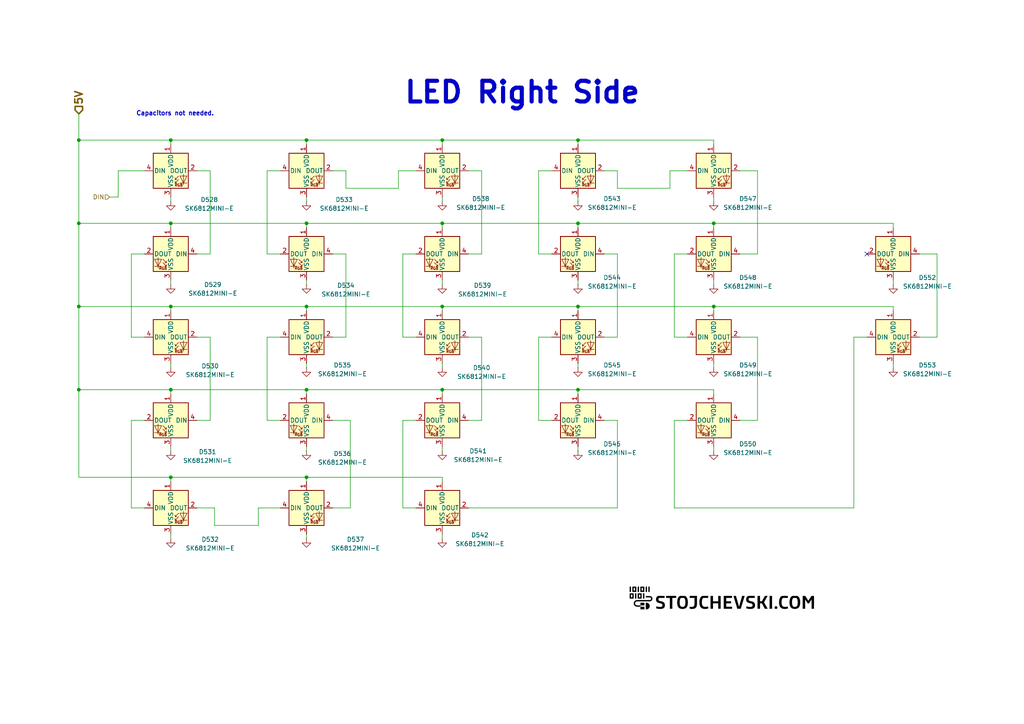
<source format=kicad_sch>
(kicad_sch (version 20231120) (generator "eeschema") (generator_version "8.0")
  (paper "A4")
  (title_block (title "phnx") (date "2024-03-14") (rev "A"))
  (lib_symbols
    (symbol "LED:SK6812MINI-E" (pin_names (offset 0.254))
      (property "Reference" "D" (at 5.08 5.715 0))
      (property "Value" "SK6812MINI-E" (at 1.27 -5.715 0))
      (symbol "SK6812MINI-E_0_0"
        (text "RGB" (at 2.286 -4.191 0) (effects (font (size 0.762 0.762))))
      )
      (symbol "SK6812MINI-E_0_1"
        (polyline (pts (xy 1.27 -3.556) (xy 1.778 -3.556)))
        (polyline (pts (xy 1.27 -2.54) (xy 1.778 -2.54)))
        (polyline (pts (xy 4.699 -3.556) (xy 2.667 -3.556)))
        (polyline (pts (xy 2.286 -2.54) (xy 1.27 -3.556) (xy 1.27 -3.048)))
        (polyline (pts (xy 2.286 -1.524) (xy 1.27 -2.54) (xy 1.27 -2.032)))
        (polyline (pts (xy 3.683 -1.016) (xy 3.683 -3.556) (xy 3.683 -4.064)))
        (polyline (pts (xy 4.699 -1.524) (xy 2.667 -1.524) (xy 3.683 -3.556) (xy 4.699 -1.524)))
        (rectangle (start 5.08 5.08) (end -5.08 -5.08) (stroke (width 0.254)) (fill (type background)))
      )
      (symbol "SK6812MINI-E_1_1"
        (pin power_in line (at 0 7.62 270) (length 2.54) (name "VDD") (number "1"))
        (pin output line (at 7.62 0 180) (length 2.54) (name "DOUT") (number "2"))
        (pin power_in line (at 0 -7.62 90) (length 2.54) (name "VSS") (number "3"))
        (pin input line (at -7.62 0 0) (length 2.54) (name "DIN") (number "4"))
      )
    )
    (symbol "power:GND" (power) (pin_numbers hide) (pin_names (offset 0) hide)
      (property "Value" "GND" (at 0 -3.81 0))
      (symbol "GND_0_1"
        (polyline (pts (xy 0 0) (xy 0 -1.27) (xy 1.27 -1.27) (xy 0 -2.54) (xy -1.27 -1.27) (xy 0 -1.27)))
      )
      (symbol "GND_1_1"
        (pin power_in line (at 0 0 270) (length 0) (name "~") (number "1"))
      )
    )
  )
  (junction (at 49.53 64.77))
  (junction (at 22.86 40.64))
  (junction (at 49.53 138.43))
  (junction (at 167.64 88.9))
  (junction (at 88.9 64.77))
  (junction (at 128.27 64.77))
  (junction (at 167.64 40.64))
  (junction (at 207.01 64.77))
  (junction (at 88.9 88.9))
  (junction (at 22.86 88.9))
  (junction (at 167.64 113.03))
  (junction (at 88.9 138.43))
  (junction (at 49.53 88.9))
  (junction (at 22.86 64.77))
  (junction (at 167.64 64.77))
  (junction (at 88.9 113.03))
  (junction (at 22.86 113.03))
  (junction (at 49.53 113.03))
  (junction (at 207.01 88.9))
  (junction (at 128.27 113.03))
  (junction (at 128.27 40.64))
  (junction (at 128.27 88.9))
  (junction (at 88.9 40.64))
  (junction (at 49.53 40.64))
  (no_connect (at 251.46 73.66))
  (wire (pts (xy 100.33 97.79) (xy 100.33 73.66)))
  (wire (pts (xy 57.15 49.53) (xy 60.96 49.53)))
  (wire (pts (xy 22.86 113.03) (xy 49.53 113.03)))
  (wire (pts (xy 179.07 49.53) (xy 179.07 54.61)))
  (wire (pts (xy 49.53 40.64) (xy 49.53 41.91)))
  (wire (pts (xy 60.96 49.53) (xy 60.96 73.66)))
  (wire (pts (xy 271.78 73.66) (xy 271.78 97.79)))
  (wire (pts (xy 101.6 147.32) (xy 101.6 121.92)))
  (wire (pts (xy 57.15 97.79) (xy 60.96 97.79)))
  (wire (pts (xy 88.9 88.9) (xy 128.27 88.9)))
  (wire (pts (xy 38.1 97.79) (xy 41.91 97.79)))
  (wire (pts (xy 34.29 49.53) (xy 41.91 49.53)))
  (wire (pts (xy 179.07 73.66) (xy 175.26 73.66)))
  (wire (pts (xy 128.27 138.43) (xy 128.27 139.7)))
  (wire (pts (xy 120.65 121.92) (xy 116.84 121.92)))
  (wire (pts (xy 22.86 33.02) (xy 22.86 40.64)))
  (wire (pts (xy 156.21 97.79) (xy 160.02 97.79)))
  (wire (pts (xy 115.57 54.61) (xy 115.57 49.53)))
  (wire (pts (xy 81.28 121.92) (xy 77.47 121.92)))
  (wire (pts (xy 31.75 57.15) (xy 34.29 57.15)))
  (wire (pts (xy 22.86 40.64) (xy 22.86 64.77)))
  (wire (pts (xy 22.86 138.43) (xy 49.53 138.43)))
  (wire (pts (xy 128.27 40.64) (xy 128.27 41.91)))
  (wire (pts (xy 120.65 73.66) (xy 116.84 73.66)))
  (wire (pts (xy 128.27 57.15) (xy 128.27 58.42)))
  (wire (pts (xy 207.01 40.64) (xy 207.01 41.91)))
  (wire (pts (xy 219.71 49.53) (xy 219.71 73.66)))
  (wire (pts (xy 88.9 138.43) (xy 128.27 138.43)))
  (wire (pts (xy 77.47 73.66) (xy 77.47 49.53)))
  (wire (pts (xy 247.65 97.79) (xy 247.65 147.32)))
  (wire (pts (xy 88.9 113.03) (xy 88.9 114.3)))
  (wire (pts (xy 160.02 73.66) (xy 156.21 73.66)))
  (wire (pts (xy 81.28 73.66) (xy 77.47 73.66)))
  (wire (pts (xy 175.26 97.79) (xy 179.07 97.79)))
  (wire (pts (xy 259.08 64.77) (xy 259.08 66.04)))
  (wire (pts (xy 156.21 121.92) (xy 156.21 97.79)))
  (wire (pts (xy 167.64 113.03) (xy 207.01 113.03)))
  (wire (pts (xy 49.53 64.77) (xy 88.9 64.77)))
  (wire (pts (xy 96.52 97.79) (xy 100.33 97.79)))
  (wire (pts (xy 60.96 121.92) (xy 57.15 121.92)))
  (wire (pts (xy 49.53 113.03) (xy 49.53 114.3)))
  (wire (pts (xy 167.64 40.64) (xy 207.01 40.64)))
  (wire (pts (xy 139.7 49.53) (xy 139.7 73.66)))
  (wire (pts (xy 167.64 88.9) (xy 167.64 90.17)))
  (wire (pts (xy 100.33 49.53) (xy 100.33 54.61)))
  (wire (pts (xy 49.53 57.15) (xy 49.53 58.42)))
  (wire (pts (xy 62.23 152.4) (xy 74.93 152.4)))
  (wire (pts (xy 128.27 64.77) (xy 128.27 66.04)))
  (wire (pts (xy 167.64 64.77) (xy 207.01 64.77)))
  (wire (pts (xy 62.23 147.32) (xy 62.23 152.4)))
  (wire (pts (xy 96.52 147.32) (xy 101.6 147.32)))
  (wire (pts (xy 60.96 73.66) (xy 57.15 73.66)))
  (wire (pts (xy 179.07 97.79) (xy 179.07 73.66)))
  (wire (pts (xy 207.01 64.77) (xy 259.08 64.77)))
  (wire (pts (xy 74.93 152.4) (xy 74.93 147.32)))
  (wire (pts (xy 219.71 73.66) (xy 214.63 73.66)))
  (wire (pts (xy 49.53 81.28) (xy 49.53 82.55)))
  (wire (pts (xy 88.9 129.54) (xy 88.9 130.81)))
  (wire (pts (xy 156.21 49.53) (xy 160.02 49.53)))
  (wire (pts (xy 195.58 147.32) (xy 247.65 147.32)))
  (wire (pts (xy 115.57 49.53) (xy 120.65 49.53)))
  (wire (pts (xy 49.53 105.41) (xy 49.53 106.68)))
  (wire (pts (xy 259.08 105.41) (xy 259.08 106.68)))
  (wire (pts (xy 207.01 88.9) (xy 259.08 88.9)))
  (wire (pts (xy 167.64 113.03) (xy 167.64 114.3)))
  (wire (pts (xy 195.58 121.92) (xy 195.58 147.32)))
  (wire (pts (xy 41.91 73.66) (xy 38.1 73.66)))
  (wire (pts (xy 88.9 40.64) (xy 128.27 40.64)))
  (wire (pts (xy 74.93 147.32) (xy 81.28 147.32)))
  (wire (pts (xy 49.53 88.9) (xy 49.53 90.17)))
  (wire (pts (xy 139.7 121.92) (xy 135.89 121.92)))
  (wire (pts (xy 88.9 88.9) (xy 88.9 90.17)))
  (wire (pts (xy 88.9 113.03) (xy 128.27 113.03)))
  (wire (pts (xy 207.01 105.41) (xy 207.01 106.68)))
  (wire (pts (xy 128.27 105.41) (xy 128.27 106.68)))
  (wire (pts (xy 167.64 81.28) (xy 167.64 82.55)))
  (wire (pts (xy 175.26 49.53) (xy 179.07 49.53)))
  (wire (pts (xy 207.01 88.9) (xy 207.01 90.17)))
  (wire (pts (xy 135.89 97.79) (xy 139.7 97.79)))
  (wire (pts (xy 49.53 88.9) (xy 88.9 88.9)))
  (wire (pts (xy 49.53 64.77) (xy 49.53 66.04)))
  (wire (pts (xy 49.53 154.94) (xy 49.53 156.21)))
  (wire (pts (xy 22.86 64.77) (xy 49.53 64.77)))
  (wire (pts (xy 247.65 97.79) (xy 251.46 97.79)))
  (wire (pts (xy 88.9 138.43) (xy 88.9 139.7)))
  (wire (pts (xy 194.31 49.53) (xy 199.39 49.53)))
  (wire (pts (xy 207.01 81.28) (xy 207.01 82.55)))
  (wire (pts (xy 207.01 113.03) (xy 207.01 114.3)))
  (wire (pts (xy 22.86 113.03) (xy 22.86 138.43)))
  (wire (pts (xy 88.9 154.94) (xy 88.9 156.21)))
  (wire (pts (xy 22.86 88.9) (xy 22.86 113.03)))
  (wire (pts (xy 49.53 113.03) (xy 88.9 113.03)))
  (wire (pts (xy 259.08 81.28) (xy 259.08 82.55)))
  (wire (pts (xy 49.53 138.43) (xy 49.53 139.7)))
  (wire (pts (xy 128.27 64.77) (xy 167.64 64.77)))
  (wire (pts (xy 96.52 49.53) (xy 100.33 49.53)))
  (wire (pts (xy 195.58 73.66) (xy 195.58 97.79)))
  (wire (pts (xy 179.07 147.32) (xy 179.07 121.92)))
  (wire (pts (xy 128.27 129.54) (xy 128.27 130.81)))
  (wire (pts (xy 128.27 113.03) (xy 128.27 114.3)))
  (wire (pts (xy 271.78 73.66) (xy 266.7 73.66)))
  (wire (pts (xy 49.53 138.43) (xy 88.9 138.43)))
  (wire (pts (xy 128.27 81.28) (xy 128.27 82.55)))
  (wire (pts (xy 128.27 154.94) (xy 128.27 156.21)))
  (wire (pts (xy 167.64 57.15) (xy 167.64 58.42)))
  (wire (pts (xy 194.31 54.61) (xy 194.31 49.53)))
  (wire (pts (xy 266.7 97.79) (xy 271.78 97.79)))
  (wire (pts (xy 219.71 121.92) (xy 214.63 121.92)))
  (wire (pts (xy 139.7 97.79) (xy 139.7 121.92)))
  (wire (pts (xy 179.07 54.61) (xy 194.31 54.61)))
  (wire (pts (xy 199.39 73.66) (xy 195.58 73.66)))
  (wire (pts (xy 38.1 147.32) (xy 41.91 147.32)))
  (wire (pts (xy 156.21 73.66) (xy 156.21 49.53)))
  (wire (pts (xy 139.7 73.66) (xy 135.89 73.66)))
  (wire (pts (xy 88.9 64.77) (xy 88.9 66.04)))
  (wire (pts (xy 57.15 147.32) (xy 62.23 147.32)))
  (wire (pts (xy 34.29 57.15) (xy 34.29 49.53)))
  (wire (pts (xy 60.96 97.79) (xy 60.96 121.92)))
  (wire (pts (xy 207.01 64.77) (xy 207.01 66.04)))
  (wire (pts (xy 128.27 40.64) (xy 167.64 40.64)))
  (wire (pts (xy 167.64 105.41) (xy 167.64 106.68)))
  (wire (pts (xy 135.89 147.32) (xy 179.07 147.32)))
  (wire (pts (xy 167.64 88.9) (xy 207.01 88.9)))
  (wire (pts (xy 179.07 121.92) (xy 175.26 121.92)))
  (wire (pts (xy 195.58 97.79) (xy 199.39 97.79)))
  (wire (pts (xy 49.53 129.54) (xy 49.53 130.81)))
  (wire (pts (xy 88.9 105.41) (xy 88.9 106.68)))
  (wire (pts (xy 128.27 88.9) (xy 128.27 90.17)))
  (wire (pts (xy 199.39 121.92) (xy 195.58 121.92)))
  (wire (pts (xy 207.01 129.54) (xy 207.01 130.81)))
  (wire (pts (xy 116.84 147.32) (xy 120.65 147.32)))
  (wire (pts (xy 116.84 121.92) (xy 116.84 147.32)))
  (wire (pts (xy 207.01 57.15) (xy 207.01 58.42)))
  (wire (pts (xy 77.47 49.53) (xy 81.28 49.53)))
  (wire (pts (xy 38.1 73.66) (xy 38.1 97.79)))
  (wire (pts (xy 88.9 64.77) (xy 128.27 64.77)))
  (wire (pts (xy 22.86 88.9) (xy 49.53 88.9)))
  (wire (pts (xy 41.91 121.92) (xy 38.1 121.92)))
  (wire (pts (xy 88.9 57.15) (xy 88.9 58.42)))
  (wire (pts (xy 259.08 88.9) (xy 259.08 90.17)))
  (wire (pts (xy 22.86 64.77) (xy 22.86 88.9)))
  (wire (pts (xy 100.33 54.61) (xy 115.57 54.61)))
  (wire (pts (xy 77.47 97.79) (xy 81.28 97.79)))
  (wire (pts (xy 214.63 49.53) (xy 219.71 49.53)))
  (wire (pts (xy 101.6 121.92) (xy 96.52 121.92)))
  (wire (pts (xy 219.71 97.79) (xy 219.71 121.92)))
  (wire (pts (xy 135.89 49.53) (xy 139.7 49.53)))
  (wire (pts (xy 88.9 81.28) (xy 88.9 82.55)))
  (wire (pts (xy 167.64 129.54) (xy 167.64 130.81)))
  (wire (pts (xy 77.47 121.92) (xy 77.47 97.79)))
  (wire (pts (xy 88.9 40.64) (xy 88.9 41.91)))
  (wire (pts (xy 100.33 73.66) (xy 96.52 73.66)))
  (wire (pts (xy 116.84 97.79) (xy 120.65 97.79)))
  (wire (pts (xy 128.27 113.03) (xy 167.64 113.03)))
  (wire (pts (xy 128.27 88.9) (xy 167.64 88.9)))
  (wire (pts (xy 49.53 40.64) (xy 88.9 40.64)))
  (wire (pts (xy 167.64 40.64) (xy 167.64 41.91)))
  (wire (pts (xy 38.1 121.92) (xy 38.1 147.32)))
  (wire (pts (xy 116.84 73.66) (xy 116.84 97.79)))
  (wire (pts (xy 167.64 64.77) (xy 167.64 66.04)))
  (wire (pts (xy 22.86 40.64) (xy 49.53 40.64)))
  (wire (pts (xy 214.63 97.79) (xy 219.71 97.79)))
  (wire (pts (xy 160.02 121.92) (xy 156.21 121.92)))
  (image (at 209.55 173.99) (scale 0.132712))
  (text "LED Right Side" (at 116.84 30.48 0) (effects (font (size 6 6) (thickness 1.2) (bold yes)) (justify left bottom)))
  (text "Capacitors not needed." (at 50.8 33.02 0) (effects (font (size 1.27 1.27) (bold yes))))
  (hierarchical_label "DIN" (shape input) (at 31.75 57.15 180))
  (hierarchical_label "5V" (shape input) (at 22.86 33.02 90) (effects (font (size 2.159 2.159) (bold yes))))
  (symbol (lib_id "LED:SK6812MINI-E") (at 128.27 121.92 0) (mirror y) (unit 1)
    (property "Reference" "D541" (at 138.684 130.81 0))
    (property "Value" "SK6812MINI-E" (at 138.684 133.35 0))
    (property "Footprint" "LED_SK6812MINI-E_3.2x2.8mm_P1.5mm-INVERTED:LED_SK6812MINI-E_3.2x2.8mm_P1.5mm-INVERTED" (effects (hide yes)))
    (property "Datasheet" "https://cdn-shop.adafruit.com/product-files/2686/SK6812MINI_REV.01-1-2.pdf" (effects (hide yes)))
    (property "Description" "RGB LED with integrated controller" (effects (hide yes)))
  )
  (symbol (lib_id "LED:SK6812MINI-E") (at 128.27 147.32 0) (unit 1)
    (property "Reference" "D542" (at 139.192 155.194 0))
    (property "Value" "SK6812MINI-E" (at 139.192 157.734 0))
    (property "Footprint" "LED_SK6812MINI-E_3.2x2.8mm_P1.5mm-INVERTED:LED_SK6812MINI-E_3.2x2.8mm_P1.5mm-INVERTED" (effects (hide yes)))
    (property "Datasheet" "https://cdn-shop.adafruit.com/product-files/2686/SK6812MINI_REV.01-1-2.pdf" (effects (hide yes)))
    (property "Description" "RGB LED with integrated controller" (effects (hide yes)))
  )
  (symbol (lib_id "power:GND") (at 49.53 106.68 0) (unit 1)
    (property "Reference" "#PWR0562" (effects (hide yes)))
    (property "Value" "GND" (effects (hide yes)))
    (property "Description" "Power symbol creates a global label with name \"GND\" , ground" (effects (hide yes)))
  )
  (symbol (lib_id "LED:SK6812MINI-E") (at 207.01 73.66 0) (mirror y) (unit 1)
    (property "Reference" "D548" (at 216.916 80.518 0))
    (property "Value" "SK6812MINI-E" (at 216.916 83.058 0))
    (property "Footprint" "LED_SK6812MINI-E_3.2x2.8mm_P1.5mm-INVERTED:LED_SK6812MINI-E_3.2x2.8mm_P1.5mm-INVERTED" (effects (hide yes)))
    (property "Datasheet" "https://cdn-shop.adafruit.com/product-files/2686/SK6812MINI_REV.01-1-2.pdf" (effects (hide yes)))
    (property "Description" "RGB LED with integrated controller" (effects (hide yes)))
  )
  (symbol (lib_id "LED:SK6812MINI-E") (at 167.64 121.92 0) (mirror y) (unit 1)
    (property "Reference" "D546" (at 177.546 128.778 0))
    (property "Value" "SK6812MINI-E" (at 177.546 131.318 0))
    (property "Footprint" "LED_SK6812MINI-E_3.2x2.8mm_P1.5mm-INVERTED:LED_SK6812MINI-E_3.2x2.8mm_P1.5mm-INVERTED" (effects (hide yes)))
    (property "Datasheet" "https://cdn-shop.adafruit.com/product-files/2686/SK6812MINI_REV.01-1-2.pdf" (effects (hide yes)))
    (property "Description" "RGB LED with integrated controller" (effects (hide yes)))
  )
  (symbol (lib_id "power:GND") (at 167.64 58.42 0) (unit 1)
    (property "Reference" "#PWR0589" (effects (hide yes)))
    (property "Value" "GND" (effects (hide yes)))
    (property "Description" "Power symbol creates a global label with name \"GND\" , ground" (effects (hide yes)))
  )
  (symbol (lib_id "power:GND") (at 88.9 130.81 0) (mirror y) (unit 1)
    (property "Reference" "#PWR0573" (effects (hide yes)))
    (property "Value" "GND" (effects (hide yes)))
    (property "Description" "Power symbol creates a global label with name \"GND\" , ground" (effects (hide yes)))
  )
  (symbol (lib_id "LED:SK6812MINI-E") (at 49.53 97.79 0) (unit 1)
    (property "Reference" "D530" (at 60.96 106.172 0))
    (property "Value" "SK6812MINI-E" (at 60.96 108.712 0))
    (property "Footprint" "LED_SK6812MINI-E_3.2x2.8mm_P1.5mm-INVERTED:LED_SK6812MINI-E_3.2x2.8mm_P1.5mm-INVERTED" (effects (hide yes)))
    (property "Datasheet" "https://cdn-shop.adafruit.com/product-files/2686/SK6812MINI_REV.01-1-2.pdf" (effects (hide yes)))
    (property "Description" "RGB LED with integrated controller" (effects (hide yes)))
  )
  (symbol (lib_id "power:GND") (at 49.53 156.21 0) (unit 1)
    (property "Reference" "#PWR0564" (effects (hide yes)))
    (property "Value" "GND" (effects (hide yes)))
    (property "Description" "Power symbol creates a global label with name \"GND\" , ground" (effects (hide yes)))
  )
  (symbol (lib_id "power:GND") (at 88.9 106.68 0) (unit 1)
    (property "Reference" "#PWR0572" (effects (hide yes)))
    (property "Value" "GND" (effects (hide yes)))
    (property "Description" "Power symbol creates a global label with name \"GND\" , ground" (effects (hide yes)))
  )
  (symbol (lib_id "LED:SK6812MINI-E") (at 49.53 49.53 0) (unit 1)
    (property "Reference" "D528" (at 60.706 57.912 0))
    (property "Value" "SK6812MINI-E" (at 60.706 60.452 0))
    (property "Footprint" "LED_SK6812MINI-E_3.2x2.8mm_P1.5mm-INVERTED:LED_SK6812MINI-E_3.2x2.8mm_P1.5mm-INVERTED" (effects (hide yes)))
    (property "Datasheet" "https://cdn-shop.adafruit.com/product-files/2686/SK6812MINI_REV.01-1-2.pdf" (effects (hide yes)))
    (property "Description" "RGB LED with integrated controller" (effects (hide yes)))
  )
  (symbol (lib_id "power:GND") (at 207.01 130.81 0) (mirror y) (unit 1)
    (property "Reference" "#PWR0600" (effects (hide yes)))
    (property "Value" "GND" (effects (hide yes)))
    (property "Description" "Power symbol creates a global label with name \"GND\" , ground" (effects (hide yes)))
  )
  (symbol (lib_id "LED:SK6812MINI-E") (at 49.53 147.32 0) (unit 1)
    (property "Reference" "D532" (at 60.96 156.464 0))
    (property "Value" "SK6812MINI-E" (at 60.96 159.004 0))
    (property "Footprint" "LED_SK6812MINI-E_3.2x2.8mm_P1.5mm-INVERTED:LED_SK6812MINI-E_3.2x2.8mm_P1.5mm-INVERTED" (effects (hide yes)))
    (property "Datasheet" "https://cdn-shop.adafruit.com/product-files/2686/SK6812MINI_REV.01-1-2.pdf" (effects (hide yes)))
    (property "Description" "RGB LED with integrated controller" (effects (hide yes)))
  )
  (symbol (lib_id "power:GND") (at 259.08 82.55 0) (mirror y) (unit 1)
    (property "Reference" "#PWR0606" (effects (hide yes)))
    (property "Value" "GND" (effects (hide yes)))
    (property "Description" "Power symbol creates a global label with name \"GND\" , ground" (effects (hide yes)))
  )
  (symbol (lib_id "power:GND") (at 49.53 58.42 0) (unit 1)
    (property "Reference" "#PWR0560" (effects (hide yes)))
    (property "Value" "GND" (effects (hide yes)))
    (property "Description" "Power symbol creates a global label with name \"GND\" , ground" (effects (hide yes)))
  )
  (symbol (lib_id "LED:SK6812MINI-E") (at 49.53 73.66 0) (mirror y) (unit 1)
    (property "Reference" "D529" (at 61.722 82.55 0))
    (property "Value" "SK6812MINI-E" (at 61.722 85.09 0))
    (property "Footprint" "LED_SK6812MINI-E_3.2x2.8mm_P1.5mm-INVERTED:LED_SK6812MINI-E_3.2x2.8mm_P1.5mm-INVERTED" (effects (hide yes)))
    (property "Datasheet" "https://cdn-shop.adafruit.com/product-files/2686/SK6812MINI_REV.01-1-2.pdf" (effects (hide yes)))
    (property "Description" "RGB LED with integrated controller" (effects (hide yes)))
  )
  (symbol (lib_id "power:GND") (at 259.08 106.68 0) (unit 1)
    (property "Reference" "#PWR0607" (effects (hide yes)))
    (property "Value" "GND" (effects (hide yes)))
    (property "Description" "Power symbol creates a global label with name \"GND\" , ground" (effects (hide yes)))
  )
  (symbol (lib_id "power:GND") (at 128.27 106.68 0) (unit 1)
    (property "Reference" "#PWR0582" (effects (hide yes)))
    (property "Value" "GND" (effects (hide yes)))
    (property "Description" "Power symbol creates a global label with name \"GND\" , ground" (effects (hide yes)))
  )
  (symbol (lib_id "power:GND") (at 128.27 130.81 0) (mirror y) (unit 1)
    (property "Reference" "#PWR0583" (effects (hide yes)))
    (property "Value" "GND" (effects (hide yes)))
    (property "Description" "Power symbol creates a global label with name \"GND\" , ground" (effects (hide yes)))
  )
  (symbol (lib_id "power:GND") (at 128.27 58.42 0) (unit 1)
    (property "Reference" "#PWR0580" (effects (hide yes)))
    (property "Value" "GND" (effects (hide yes)))
    (property "Description" "Power symbol creates a global label with name \"GND\" , ground" (effects (hide yes)))
  )
  (symbol (lib_id "power:GND") (at 49.53 130.81 0) (mirror y) (unit 1)
    (property "Reference" "#PWR0563" (effects (hide yes)))
    (property "Value" "GND" (effects (hide yes)))
    (property "Description" "Power symbol creates a global label with name \"GND\" , ground" (effects (hide yes)))
  )
  (symbol (lib_id "power:GND") (at 88.9 82.55 0) (mirror y) (unit 1)
    (property "Reference" "#PWR0571" (effects (hide yes)))
    (property "Value" "GND" (effects (hide yes)))
    (property "Description" "Power symbol creates a global label with name \"GND\" , ground" (effects (hide yes)))
  )
  (symbol (lib_id "power:GND") (at 88.9 58.42 0) (unit 1)
    (property "Reference" "#PWR0570" (effects (hide yes)))
    (property "Value" "GND" (effects (hide yes)))
    (property "Description" "Power symbol creates a global label with name \"GND\" , ground" (effects (hide yes)))
  )
  (symbol (lib_id "power:GND") (at 207.01 58.42 0) (unit 1)
    (property "Reference" "#PWR0597" (effects (hide yes)))
    (property "Value" "GND" (effects (hide yes)))
    (property "Description" "Power symbol creates a global label with name \"GND\" , ground" (effects (hide yes)))
  )
  (symbol (lib_id "power:GND") (at 88.9 156.21 0) (unit 1)
    (property "Reference" "#PWR0574" (effects (hide yes)))
    (property "Value" "GND" (effects (hide yes)))
    (property "Description" "Power symbol creates a global label with name \"GND\" , ground" (effects (hide yes)))
  )
  (symbol (lib_id "LED:SK6812MINI-E") (at 167.64 49.53 0) (unit 1)
    (property "Reference" "D543" (at 177.546 57.658 0))
    (property "Value" "SK6812MINI-E" (at 177.546 60.198 0))
    (property "Footprint" "LED_SK6812MINI-E_3.2x2.8mm_P1.5mm-INVERTED:LED_SK6812MINI-E_3.2x2.8mm_P1.5mm-INVERTED" (effects (hide yes)))
    (property "Datasheet" "https://cdn-shop.adafruit.com/product-files/2686/SK6812MINI_REV.01-1-2.pdf" (effects (hide yes)))
    (property "Description" "RGB LED with integrated controller" (effects (hide yes)))
  )
  (symbol (lib_id "power:GND") (at 207.01 82.55 0) (mirror y) (unit 1)
    (property "Reference" "#PWR0598" (effects (hide yes)))
    (property "Value" "GND" (effects (hide yes)))
    (property "Description" "Power symbol creates a global label with name \"GND\" , ground" (effects (hide yes)))
  )
  (symbol (lib_id "power:GND") (at 207.01 106.68 0) (unit 1)
    (property "Reference" "#PWR0599" (effects (hide yes)))
    (property "Value" "GND" (effects (hide yes)))
    (property "Description" "Power symbol creates a global label with name \"GND\" , ground" (effects (hide yes)))
  )
  (symbol (lib_id "LED:SK6812MINI-E") (at 88.9 147.32 0) (unit 1)
    (property "Reference" "D537" (at 103.124 156.464 0))
    (property "Value" "SK6812MINI-E" (at 103.124 159.004 0))
    (property "Footprint" "LED_SK6812MINI-E_3.2x2.8mm_P1.5mm-INVERTED:LED_SK6812MINI-E_3.2x2.8mm_P1.5mm-INVERTED" (effects (hide yes)))
    (property "Datasheet" "https://cdn-shop.adafruit.com/product-files/2686/SK6812MINI_REV.01-1-2.pdf" (effects (hide yes)))
    (property "Description" "RGB LED with integrated controller" (effects (hide yes)))
  )
  (symbol (lib_id "LED:SK6812MINI-E") (at 207.01 97.79 0) (unit 1)
    (property "Reference" "D549" (at 216.916 105.918 0))
    (property "Value" "SK6812MINI-E" (at 216.916 108.458 0))
    (property "Footprint" "LED_SK6812MINI-E_3.2x2.8mm_P1.5mm-INVERTED:LED_SK6812MINI-E_3.2x2.8mm_P1.5mm-INVERTED" (effects (hide yes)))
    (property "Datasheet" "https://cdn-shop.adafruit.com/product-files/2686/SK6812MINI_REV.01-1-2.pdf" (effects (hide yes)))
    (property "Description" "RGB LED with integrated controller" (effects (hide yes)))
  )
  (symbol (lib_id "LED:SK6812MINI-E") (at 88.9 73.66 0) (mirror y) (unit 1)
    (property "Reference" "D534" (at 100.33 82.804 0))
    (property "Value" "SK6812MINI-E" (at 100.33 85.344 0))
    (property "Footprint" "LED_SK6812MINI-E_3.2x2.8mm_P1.5mm-INVERTED:LED_SK6812MINI-E_3.2x2.8mm_P1.5mm-INVERTED" (effects (hide yes)))
    (property "Datasheet" "https://cdn-shop.adafruit.com/product-files/2686/SK6812MINI_REV.01-1-2.pdf" (effects (hide yes)))
    (property "Description" "RGB LED with integrated controller" (effects (hide yes)))
  )
  (symbol (lib_id "LED:SK6812MINI-E") (at 128.27 49.53 0) (unit 1)
    (property "Reference" "D538" (at 139.446 57.658 0))
    (property "Value" "SK6812MINI-E" (at 139.446 60.198 0))
    (property "Footprint" "LED_SK6812MINI-E_3.2x2.8mm_P1.5mm-INVERTED:LED_SK6812MINI-E_3.2x2.8mm_P1.5mm-INVERTED" (effects (hide yes)))
    (property "Datasheet" "https://cdn-shop.adafruit.com/product-files/2686/SK6812MINI_REV.01-1-2.pdf" (effects (hide yes)))
    (property "Description" "RGB LED with integrated controller" (effects (hide yes)))
  )
  (symbol (lib_id "power:GND") (at 167.64 82.55 0) (mirror y) (unit 1)
    (property "Reference" "#PWR0590" (effects (hide yes)))
    (property "Value" "GND" (effects (hide yes)))
    (property "Description" "Power symbol creates a global label with name \"GND\" , ground" (effects (hide yes)))
  )
  (symbol (lib_id "power:GND") (at 167.64 130.81 0) (mirror y) (unit 1)
    (property "Reference" "#PWR0592" (effects (hide yes)))
    (property "Value" "GND" (effects (hide yes)))
    (property "Description" "Power symbol creates a global label with name \"GND\" , ground" (effects (hide yes)))
  )
  (symbol (lib_id "LED:SK6812MINI-E") (at 259.08 73.66 0) (mirror y) (unit 1)
    (property "Reference" "D552" (at 268.986 80.518 0))
    (property "Value" "SK6812MINI-E" (at 268.986 83.058 0))
    (property "Footprint" "LED_SK6812MINI-E_3.2x2.8mm_P1.5mm-INVERTED:LED_SK6812MINI-E_3.2x2.8mm_P1.5mm-INVERTED" (effects (hide yes)))
    (property "Datasheet" "https://cdn-shop.adafruit.com/product-files/2686/SK6812MINI_REV.01-1-2.pdf" (effects (hide yes)))
    (property "Description" "RGB LED with integrated controller" (effects (hide yes)))
  )
  (symbol (lib_id "LED:SK6812MINI-E") (at 128.27 73.66 0) (mirror y) (unit 1)
    (property "Reference" "D539" (at 139.954 82.804 0))
    (property "Value" "SK6812MINI-E" (at 139.954 85.344 0))
    (property "Footprint" "LED_SK6812MINI-E_3.2x2.8mm_P1.5mm-INVERTED:LED_SK6812MINI-E_3.2x2.8mm_P1.5mm-INVERTED" (effects (hide yes)))
    (property "Datasheet" "https://cdn-shop.adafruit.com/product-files/2686/SK6812MINI_REV.01-1-2.pdf" (effects (hide yes)))
    (property "Description" "RGB LED with integrated controller" (effects (hide yes)))
  )
  (symbol (lib_id "LED:SK6812MINI-E") (at 167.64 73.66 0) (mirror y) (unit 1)
    (property "Reference" "D544" (at 177.546 80.518 0))
    (property "Value" "SK6812MINI-E" (at 177.546 83.058 0))
    (property "Footprint" "LED_SK6812MINI-E_3.2x2.8mm_P1.5mm-INVERTED:LED_SK6812MINI-E_3.2x2.8mm_P1.5mm-INVERTED" (effects (hide yes)))
    (property "Datasheet" "https://cdn-shop.adafruit.com/product-files/2686/SK6812MINI_REV.01-1-2.pdf" (effects (hide yes)))
    (property "Description" "RGB LED with integrated controller" (effects (hide yes)))
  )
  (symbol (lib_id "LED:SK6812MINI-E") (at 128.27 97.79 0) (unit 1)
    (property "Reference" "D540" (at 139.7 106.68 0))
    (property "Value" "SK6812MINI-E" (at 139.7 109.22 0))
    (property "Footprint" "LED_SK6812MINI-E_3.2x2.8mm_P1.5mm-INVERTED:LED_SK6812MINI-E_3.2x2.8mm_P1.5mm-INVERTED" (effects (hide yes)))
    (property "Datasheet" "https://cdn-shop.adafruit.com/product-files/2686/SK6812MINI_REV.01-1-2.pdf" (effects (hide yes)))
    (property "Description" "RGB LED with integrated controller" (effects (hide yes)))
  )
  (symbol (lib_id "LED:SK6812MINI-E") (at 207.01 121.92 0) (mirror y) (unit 1)
    (property "Reference" "D550" (at 216.916 128.778 0))
    (property "Value" "SK6812MINI-E" (at 216.916 131.318 0))
    (property "Footprint" "LED_SK6812MINI-E_3.2x2.8mm_P1.5mm-INVERTED:LED_SK6812MINI-E_3.2x2.8mm_P1.5mm-INVERTED" (effects (hide yes)))
    (property "Datasheet" "https://cdn-shop.adafruit.com/product-files/2686/SK6812MINI_REV.01-1-2.pdf" (effects (hide yes)))
    (property "Description" "RGB LED with integrated controller" (effects (hide yes)))
  )
  (symbol (lib_id "power:GND") (at 167.64 106.68 0) (unit 1)
    (property "Reference" "#PWR0591" (effects (hide yes)))
    (property "Value" "GND" (effects (hide yes)))
    (property "Description" "Power symbol creates a global label with name \"GND\" , ground" (effects (hide yes)))
  )
  (symbol (lib_id "power:GND") (at 128.27 156.21 0) (unit 1)
    (property "Reference" "#PWR0584" (effects (hide yes)))
    (property "Value" "GND" (effects (hide yes)))
    (property "Description" "Power symbol creates a global label with name \"GND\" , ground" (effects (hide yes)))
  )
  (symbol (lib_id "LED:SK6812MINI-E") (at 88.9 49.53 0) (unit 1)
    (property "Reference" "D533" (at 99.822 57.912 0))
    (property "Value" "SK6812MINI-E" (at 99.822 60.452 0))
    (property "Footprint" "LED_SK6812MINI-E_3.2x2.8mm_P1.5mm-INVERTED:LED_SK6812MINI-E_3.2x2.8mm_P1.5mm-INVERTED" (effects (hide yes)))
    (property "Datasheet" "https://cdn-shop.adafruit.com/product-files/2686/SK6812MINI_REV.01-1-2.pdf" (effects (hide yes)))
    (property "Description" "RGB LED with integrated controller" (effects (hide yes)))
  )
  (symbol (lib_id "LED:SK6812MINI-E") (at 88.9 97.79 0) (unit 1)
    (property "Reference" "D535" (at 99.314 105.918 0))
    (property "Value" "SK6812MINI-E" (at 99.314 108.458 0))
    (property "Footprint" "LED_SK6812MINI-E_3.2x2.8mm_P1.5mm-INVERTED:LED_SK6812MINI-E_3.2x2.8mm_P1.5mm-INVERTED" (effects (hide yes)))
    (property "Datasheet" "https://cdn-shop.adafruit.com/product-files/2686/SK6812MINI_REV.01-1-2.pdf" (effects (hide yes)))
    (property "Description" "RGB LED with integrated controller" (effects (hide yes)))
  )
  (symbol (lib_id "LED:SK6812MINI-E") (at 259.08 97.79 0) (unit 1)
    (property "Reference" "D553" (at 268.986 105.918 0))
    (property "Value" "SK6812MINI-E" (at 268.986 108.458 0))
    (property "Footprint" "LED_SK6812MINI-E_3.2x2.8mm_P1.5mm-INVERTED:LED_SK6812MINI-E_3.2x2.8mm_P1.5mm-INVERTED" (effects (hide yes)))
    (property "Datasheet" "https://cdn-shop.adafruit.com/product-files/2686/SK6812MINI_REV.01-1-2.pdf" (effects (hide yes)))
    (property "Description" "RGB LED with integrated controller" (effects (hide yes)))
  )
  (symbol (lib_id "LED:SK6812MINI-E") (at 49.53 121.92 0) (mirror y) (unit 1)
    (property "Reference" "D531" (at 60.198 131.064 0))
    (property "Value" "SK6812MINI-E" (at 60.198 133.604 0))
    (property "Footprint" "LED_SK6812MINI-E_3.2x2.8mm_P1.5mm-INVERTED:LED_SK6812MINI-E_3.2x2.8mm_P1.5mm-INVERTED" (effects (hide yes)))
    (property "Datasheet" "https://cdn-shop.adafruit.com/product-files/2686/SK6812MINI_REV.01-1-2.pdf" (effects (hide yes)))
    (property "Description" "RGB LED with integrated controller" (effects (hide yes)))
  )
  (symbol (lib_id "LED:SK6812MINI-E") (at 207.01 49.53 0) (unit 1)
    (property "Reference" "D547" (at 216.916 57.658 0))
    (property "Value" "SK6812MINI-E" (at 216.916 60.198 0))
    (property "Footprint" "LED_SK6812MINI-E_3.2x2.8mm_P1.5mm-INVERTED:LED_SK6812MINI-E_3.2x2.8mm_P1.5mm-INVERTED" (effects (hide yes)))
    (property "Datasheet" "https://cdn-shop.adafruit.com/product-files/2686/SK6812MINI_REV.01-1-2.pdf" (effects (hide yes)))
    (property "Description" "RGB LED with integrated controller" (effects (hide yes)))
  )
  (symbol (lib_id "LED:SK6812MINI-E") (at 167.64 97.79 0) (unit 1)
    (property "Reference" "D545" (at 177.546 105.918 0))
    (property "Value" "SK6812MINI-E" (at 177.546 108.458 0))
    (property "Footprint" "LED_SK6812MINI-E_3.2x2.8mm_P1.5mm-INVERTED:LED_SK6812MINI-E_3.2x2.8mm_P1.5mm-INVERTED" (effects (hide yes)))
    (property "Datasheet" "https://cdn-shop.adafruit.com/product-files/2686/SK6812MINI_REV.01-1-2.pdf" (effects (hide yes)))
    (property "Description" "RGB LED with integrated controller" (effects (hide yes)))
  )
  (symbol (lib_id "power:GND") (at 128.27 82.55 0) (mirror y) (unit 1)
    (property "Reference" "#PWR0581" (effects (hide yes)))
    (property "Value" "GND" (effects (hide yes)))
    (property "Description" "Power symbol creates a global label with name \"GND\" , ground" (effects (hide yes)))
  )
  (symbol (lib_id "LED:SK6812MINI-E") (at 88.9 121.92 0) (mirror y) (unit 1)
    (property "Reference" "D536" (at 99.314 131.572 0))
    (property "Value" "SK6812MINI-E" (at 99.314 134.112 0))
    (property "Footprint" "LED_SK6812MINI-E_3.2x2.8mm_P1.5mm-INVERTED:LED_SK6812MINI-E_3.2x2.8mm_P1.5mm-INVERTED" (effects (hide yes)))
    (property "Datasheet" "https://cdn-shop.adafruit.com/product-files/2686/SK6812MINI_REV.01-1-2.pdf" (effects (hide yes)))
    (property "Description" "RGB LED with integrated controller" (effects (hide yes)))
  )
  (symbol (lib_id "power:GND") (at 49.53 82.55 0) (mirror y) (unit 1)
    (property "Reference" "#PWR0561" (effects (hide yes)))
    (property "Value" "GND" (effects (hide yes)))
    (property "Description" "Power symbol creates a global label with name \"GND\" , ground" (effects (hide yes)))
  )
)
</source>
